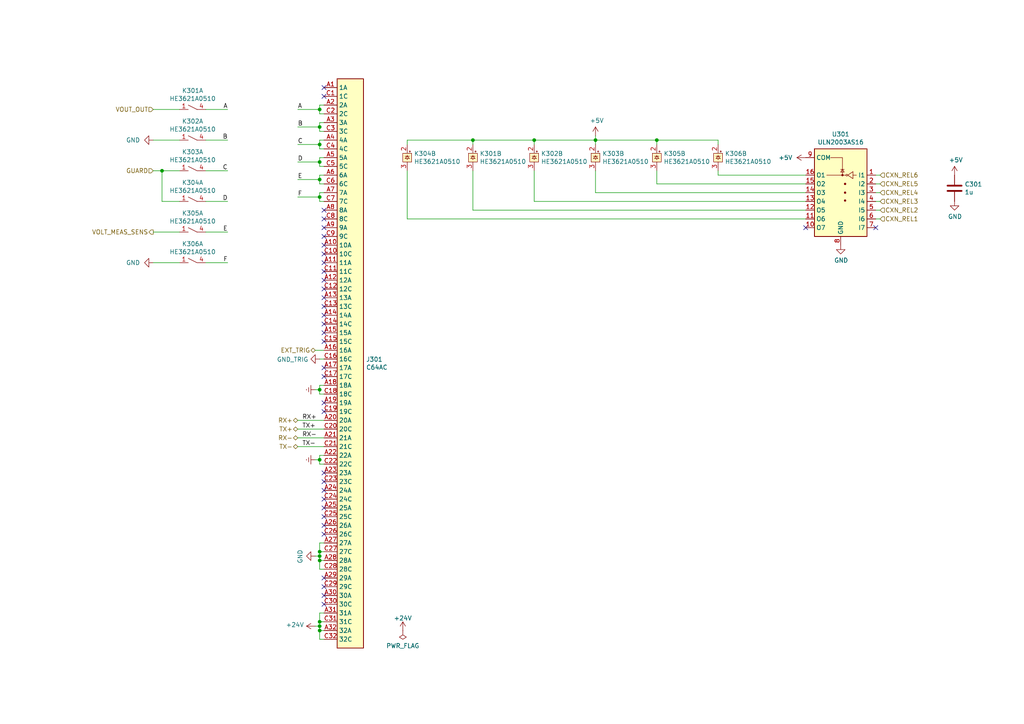
<source format=kicad_sch>
(kicad_sch (version 20211123) (generator eeschema)
  (paper "A4")
  (lib_symbols
    (symbol "Connector:C64AC"
      (property "Reference" "J" (at 0 85.09 0))
      (property "Value" "Connector_C64AC" (at 6.35 1.27 90))
      (symbol "C64AC_0_1"
        (rectangle (start -3.81 -81.28) (end 3.81 83.82) (stroke (width 0.254)) (fill (type background)))
      )
      (symbol "C64AC_1_1"
        (pin passive line (at -7.62 81.28 0) (length 3.81) (name "1A") (number "A1"))
        (pin passive line (at -7.62 35.56 0) (length 3.81) (name "10A") (number "A10"))
        (pin passive line (at -7.62 30.48 0) (length 3.81) (name "11A") (number "A11"))
        (pin passive line (at -7.62 25.4 0) (length 3.81) (name "12A") (number "A12"))
        (pin passive line (at -7.62 20.32 0) (length 3.81) (name "13A") (number "A13"))
        (pin passive line (at -7.62 15.24 0) (length 3.81) (name "14A") (number "A14"))
        (pin passive line (at -7.62 10.16 0) (length 3.81) (name "15A") (number "A15"))
        (pin passive line (at -7.62 5.08 0) (length 3.81) (name "16A") (number "A16"))
        (pin passive line (at -7.62 0 0) (length 3.81) (name "17A") (number "A17"))
        (pin passive line (at -7.62 -5.08 0) (length 3.81) (name "18A") (number "A18"))
        (pin passive line (at -7.62 -10.16 0) (length 3.81) (name "19A") (number "A19"))
        (pin passive line (at -7.62 76.2 0) (length 3.81) (name "2A") (number "A2"))
        (pin passive line (at -7.62 -15.24 0) (length 3.81) (name "20A") (number "A20"))
        (pin passive line (at -7.62 -20.32 0) (length 3.81) (name "21A") (number "A21"))
        (pin passive line (at -7.62 -25.4 0) (length 3.81) (name "22A") (number "A22"))
        (pin passive line (at -7.62 -30.48 0) (length 3.81) (name "23A") (number "A23"))
        (pin passive line (at -7.62 -35.56 0) (length 3.81) (name "24A") (number "A24"))
        (pin passive line (at -7.62 -40.64 0) (length 3.81) (name "25A") (number "A25"))
        (pin passive line (at -7.62 -45.72 0) (length 3.81) (name "26A") (number "A26"))
        (pin passive line (at -7.62 -50.8 0) (length 3.81) (name "27A") (number "A27"))
        (pin passive line (at -7.62 -55.88 0) (length 3.81) (name "28A") (number "A28"))
        (pin passive line (at -7.62 -60.96 0) (length 3.81) (name "29A") (number "A29"))
        (pin passive line (at -7.62 71.12 0) (length 3.81) (name "3A") (number "A3"))
        (pin passive line (at -7.62 -66.04 0) (length 3.81) (name "30A") (number "A30"))
        (pin passive line (at -7.62 -71.12 0) (length 3.81) (name "31A") (number "A31"))
        (pin passive line (at -7.62 -76.2 0) (length 3.81) (name "32A") (number "A32"))
        (pin passive line (at -7.62 66.04 0) (length 3.81) (name "4A") (number "A4"))
        (pin passive line (at -7.62 60.96 0) (length 3.81) (name "5A") (number "A5"))
        (pin passive line (at -7.62 55.88 0) (length 3.81) (name "6A") (number "A6"))
        (pin passive line (at -7.62 50.8 0) (length 3.81) (name "7A") (number "A7"))
        (pin passive line (at -7.62 45.72 0) (length 3.81) (name "8A") (number "A8"))
        (pin passive line (at -7.62 40.64 0) (length 3.81) (name "9A") (number "A9"))
        (pin passive line (at -7.62 78.74 0) (length 3.81) (name "1C") (number "C1"))
        (pin passive line (at -7.62 33.02 0) (length 3.81) (name "10C") (number "C10"))
        (pin passive line (at -7.62 27.94 0) (length 3.81) (name "11C") (number "C11"))
        (pin passive line (at -7.62 22.86 0) (length 3.81) (name "12C") (number "C12"))
        (pin passive line (at -7.62 17.78 0) (length 3.81) (name "13C") (number "C13"))
        (pin passive line (at -7.62 12.7 0) (length 3.81) (name "14C") (number "C14"))
        (pin passive line (at -7.62 7.62 0) (length 3.81) (name "15C") (number "C15"))
        (pin passive line (at -7.62 2.54 0) (length 3.81) (name "16C") (number "C16"))
        (pin passive line (at -7.62 -2.54 0) (length 3.81) (name "17C") (number "C17"))
        (pin passive line (at -7.62 -7.62 0) (length 3.81) (name "18C") (number "C18"))
        (pin passive line (at -7.62 -12.7 0) (length 3.81) (name "19C") (number "C19"))
        (pin passive line (at -7.62 73.66 0) (length 3.81) (name "2C") (number "C2"))
        (pin passive line (at -7.62 -17.78 0) (length 3.81) (name "20C") (number "C20"))
        (pin passive line (at -7.62 -22.86 0) (length 3.81) (name "21C") (number "C21"))
        (pin passive line (at -7.62 -27.94 0) (length 3.81) (name "22C") (number "C22"))
        (pin passive line (at -7.62 -33.02 0) (length 3.81) (name "23C") (number "C23"))
        (pin passive line (at -7.62 -38.1 0) (length 3.81) (name "24C") (number "C24"))
        (pin passive line (at -7.62 -43.18 0) (length 3.81) (name "25C") (number "C25"))
        (pin passive line (at -7.62 -48.26 0) (length 3.81) (name "26C") (number "C26"))
        (pin passive line (at -7.62 -53.34 0) (length 3.81) (name "27C") (number "C27"))
        (pin passive line (at -7.62 -58.42 0) (length 3.81) (name "28C") (number "C28"))
        (pin passive line (at -7.62 -63.5 0) (length 3.81) (name "29C") (number "C29"))
        (pin passive line (at -7.62 68.58 0) (length 3.81) (name "3C") (number "C3"))
        (pin passive line (at -7.62 -68.58 0) (length 3.81) (name "30C") (number "C30"))
        (pin passive line (at -7.62 -73.66 0) (length 3.81) (name "31C") (number "C31"))
        (pin passive line (at -7.62 -78.74 0) (length 3.81) (name "32C") (number "C32"))
        (pin passive line (at -7.62 63.5 0) (length 3.81) (name "4C") (number "C4"))
        (pin passive line (at -7.62 58.42 0) (length 3.81) (name "5C") (number "C5"))
        (pin passive line (at -7.62 53.34 0) (length 3.81) (name "6C") (number "C6"))
        (pin passive line (at -7.62 48.26 0) (length 3.81) (name "7C") (number "C7"))
        (pin passive line (at -7.62 43.18 0) (length 3.81) (name "8C") (number "C8"))
        (pin passive line (at -7.62 38.1 0) (length 3.81) (name "9C") (number "C9"))
      )
    )
    (symbol "Device:C" (pin_numbers hide) (pin_names (offset 0.254))
      (property "Reference" "C" (at 0.635 2.54 0))
      (property "Value" "C" (at 0.635 -2.54 0))
      (symbol "C_0_1"
        (polyline (pts (xy -2.032 -0.762) (xy 2.032 -0.762)) (stroke (width 0.508)))
        (polyline (pts (xy -2.032 0.762) (xy 2.032 0.762)) (stroke (width 0.508)))
      )
      (symbol "C_1_1"
        (pin passive line (at 0 3.81 270) (length 2.794) (name "~") (number "1"))
        (pin passive line (at 0 -3.81 90) (length 2.794) (name "~") (number "2"))
      )
    )
    (symbol "ETH1CSMU2:GND_TRIG" (power) (pin_names (offset 0))
      (property "Value" "GND_TRIG" (at 0 -3.81 0))
      (symbol "GND_TRIG_0_1"
        (polyline (pts (xy 0 0) (xy 0 -1.27) (xy 1.27 -1.27) (xy 0 -2.54) (xy -1.27 -1.27) (xy 0 -1.27)))
      )
      (symbol "GND_TRIG_1_1"
        (pin power_in line (at 0 0 270) (length 0) hide (name "GND_TRIG") (number "1"))
      )
    )
    (symbol "ETH1CSMU2:HE3621A0510" (pin_names (offset 1.016))
      (property "Reference" "K" (at 6.35 1.27 0))
      (property "Value" "HE3621A0510" (at 6.35 -1.27 0))
      (symbol "HE3621A0510_1_1"
        (polyline (pts (xy 0 -1.27) (xy 1.27 1.27)))
        (pin passive line (at 0 3.81 270) (length 2.54) (name "~") (number "1"))
        (pin passive line (at 0 -3.81 90) (length 2.54) (name "~") (number "4"))
      )
      (symbol "HE3621A0510_2_1"
        (polyline (pts (xy 0 -0.254) (xy 0 -0.635)))
        (polyline (pts (xy 0 0.381) (xy 0 0.762)))
        (polyline (pts (xy 0.508 1.778) (xy 1.016 1.778)))
        (polyline (pts (xy 0.635 0.381) (xy -0.635 0.381)))
        (polyline (pts (xy 0.762 2.032) (xy 0.762 1.524)))
        (polyline (pts (xy 0.635 -0.254) (xy -0.635 -0.254) (xy 0 0.381) (xy 0.635 -0.254)))
        (rectangle (start 1.27 1.27) (end -1.27 -1.27) (fill (type background)))
        (pin passive line (at 0 3.81 270) (length 2.54) (name "~") (number "2"))
        (pin passive line (at 0 -3.81 90) (length 2.54) (name "~") (number "3"))
      )
    )
    (symbol "Transistor_Array:ULN2003A"
      (property "Reference" "U" (at 0 15.875 0))
      (property "Value" "ULN2003A" (at 0 13.97 0))
      (symbol "ULN2003A_0_1"
        (rectangle (start -7.62 -12.7) (end 7.62 12.7) (stroke (width 0.254)) (fill (type background)))
        (circle (center -1.778 5.08) (radius 0.254))
        (circle (center -1.27 -2.286) (radius 0.254) (fill (type outline)))
        (circle (center -1.27 0) (radius 0.254) (fill (type outline)))
        (circle (center -1.27 2.54) (radius 0.254) (fill (type outline)))
        (circle (center -0.508 5.08) (radius 0.254) (fill (type outline)))
        (polyline (pts (xy -4.572 5.08) (xy -3.556 5.08)))
        (polyline (pts (xy -1.524 5.08) (xy 4.064 5.08)))
        (polyline (pts (xy 0 6.731) (xy -1.016 6.731)))
        (polyline (pts (xy -0.508 5.08) (xy -0.508 10.16) (xy 2.921 10.16)))
        (polyline (pts (xy -3.556 6.096) (xy -3.556 4.064) (xy -2.032 5.08) (xy -3.556 6.096)))
        (polyline (pts (xy 0 5.969) (xy -1.016 5.969) (xy -0.508 6.731) (xy 0 5.969)))
      )
      (symbol "ULN2003A_1_1"
        (pin input line (at -10.16 5.08 0) (length 2.54) (name "I1") (number "1"))
        (pin open_collector line (at 10.16 -10.16 180) (length 2.54) (name "O7") (number "10"))
        (pin open_collector line (at 10.16 -7.62 180) (length 2.54) (name "O6") (number "11"))
        (pin open_collector line (at 10.16 -5.08 180) (length 2.54) (name "O5") (number "12"))
        (pin open_collector line (at 10.16 -2.54 180) (length 2.54) (name "O4") (number "13"))
        (pin open_collector line (at 10.16 0 180) (length 2.54) (name "O3") (number "14"))
        (pin open_collector line (at 10.16 2.54 180) (length 2.54) (name "O2") (number "15"))
        (pin open_collector line (at 10.16 5.08 180) (length 2.54) (name "O1") (number "16"))
        (pin input line (at -10.16 2.54 0) (length 2.54) (name "I2") (number "2"))
        (pin input line (at -10.16 0 0) (length 2.54) (name "I3") (number "3"))
        (pin input line (at -10.16 -2.54 0) (length 2.54) (name "I4") (number "4"))
        (pin input line (at -10.16 -5.08 0) (length 2.54) (name "I5") (number "5"))
        (pin input line (at -10.16 -7.62 0) (length 2.54) (name "I6") (number "6"))
        (pin input line (at -10.16 -10.16 0) (length 2.54) (name "I7") (number "7"))
        (pin power_in line (at 0 -15.24 90) (length 2.54) (name "GND") (number "8"))
        (pin passive line (at 10.16 10.16 180) (length 2.54) (name "COM") (number "9"))
      )
    )
    (symbol "power:+24V" (power) (pin_names (offset 0))
      (property "Value" "+24V" (at 0 3.556 0))
      (symbol "+24V_0_1"
        (polyline (pts (xy -0.762 1.27) (xy 0 2.54)))
        (polyline (pts (xy 0 0) (xy 0 2.54)))
        (polyline (pts (xy 0 2.54) (xy 0.762 1.27)))
      )
      (symbol "+24V_1_1"
        (pin power_in line (at 0 0 90) (length 0) hide (name "+24V") (number "1"))
      )
    )
    (symbol "power:+5V" (power) (pin_names (offset 0))
      (property "Value" "+5V" (at 0 3.556 0))
      (symbol "+5V_0_1"
        (polyline (pts (xy -0.762 1.27) (xy 0 2.54)))
        (polyline (pts (xy 0 0) (xy 0 2.54)))
        (polyline (pts (xy 0 2.54) (xy 0.762 1.27)))
      )
      (symbol "+5V_1_1"
        (pin power_in line (at 0 0 90) (length 0) hide (name "+5V") (number "1"))
      )
    )
    (symbol "power:Earth" (power) (pin_names (offset 0))
      (symbol "Earth_0_1"
        (polyline (pts (xy -0.635 -1.905) (xy 0.635 -1.905)))
        (polyline (pts (xy -0.127 -2.54) (xy 0.127 -2.54)))
        (polyline (pts (xy 0 -1.27) (xy 0 0)))
        (polyline (pts (xy 1.27 -1.27) (xy -1.27 -1.27)))
      )
      (symbol "Earth_1_1"
        (pin power_in line (at 0 0 270) (length 0) hide (name "Earth") (number "1"))
      )
    )
    (symbol "power:GND" (power) (pin_names (offset 0))
      (property "Value" "GND" (at 0 -3.81 0))
      (symbol "GND_0_1"
        (polyline (pts (xy 0 0) (xy 0 -1.27) (xy 1.27 -1.27) (xy 0 -2.54) (xy -1.27 -1.27) (xy 0 -1.27)))
      )
      (symbol "GND_1_1"
        (pin power_in line (at 0 0 270) (length 0) hide (name "GND") (number "1"))
      )
    )
    (symbol "power:PWR_FLAG" (power) (pin_numbers hide) (pin_names (offset 0) hide)
      (property "Value" "PWR_FLAG" (at 0 3.81 0))
      (symbol "PWR_FLAG_0_0"
        (pin power_out line (at 0 0 90) (length 0) (name "pwr") (number "1"))
      )
      (symbol "PWR_FLAG_0_1"
        (polyline (pts (xy 0 0) (xy 0 1.27) (xy -1.016 1.905) (xy 0 2.54) (xy 1.016 1.905) (xy 0 1.27)))
      )
    )
  )
  (junction (at 92.71 52.07))
  (junction (at 92.71 41.91))
  (junction (at 92.71 36.83))
  (junction (at 92.71 57.15))
  (junction (at 92.71 161.29))
  (junction (at 92.71 31.75))
  (junction (at 92.71 160.02))
  (junction (at 137.16 40.64))
  (junction (at 92.71 162.56))
  (junction (at 92.71 180.34))
  (junction (at 92.71 46.99))
  (junction (at 190.5 40.64))
  (junction (at 92.71 133.35))
  (junction (at 92.71 113.03))
  (junction (at 92.71 182.88))
  (junction (at 92.71 181.61))
  (junction (at 46.99 49.53))
  (junction (at 154.94 40.64))
  (junction (at 172.72 40.64))
  (no_connect (at 93.98 73.66))
  (no_connect (at 93.98 139.7))
  (no_connect (at 93.98 96.52))
  (no_connect (at 93.98 25.4))
  (no_connect (at 93.98 149.86))
  (no_connect (at 93.98 142.24))
  (no_connect (at 93.98 144.78))
  (no_connect (at 254 66.04))
  (no_connect (at 93.98 154.94))
  (no_connect (at 93.98 88.9))
  (no_connect (at 93.98 109.22))
  (no_connect (at 93.98 83.82))
  (no_connect (at 93.98 76.2))
  (no_connect (at 93.98 27.94))
  (no_connect (at 93.98 60.96))
  (no_connect (at 93.98 152.4))
  (no_connect (at 233.68 66.04))
  (no_connect (at 93.98 81.28))
  (no_connect (at 93.98 167.64))
  (no_connect (at 93.98 93.98))
  (no_connect (at 93.98 175.26))
  (no_connect (at 93.98 147.32))
  (no_connect (at 93.98 116.84))
  (no_connect (at 93.98 172.72))
  (no_connect (at 93.98 63.5))
  (no_connect (at 93.98 170.18))
  (no_connect (at 93.98 119.38))
  (no_connect (at 93.98 137.16))
  (no_connect (at 93.98 78.74))
  (no_connect (at 93.98 99.06))
  (no_connect (at 93.98 86.36))
  (no_connect (at 93.98 68.58))
  (no_connect (at 93.98 91.44))
  (no_connect (at 93.98 71.12))
  (no_connect (at 93.98 66.04))
  (no_connect (at 93.98 106.68))
  (wire (pts (xy 93.98 182.88) (xy 92.71 182.88)))
  (wire (pts (xy 92.71 58.42) (xy 93.98 58.42)))
  (wire (pts (xy 93.98 129.54) (xy 86.36 129.54)))
  (wire (pts (xy 92.71 31.75) (xy 92.71 33.02)))
  (wire (pts (xy 52.07 40.64) (xy 44.45 40.64)))
  (wire (pts (xy 93.98 124.46) (xy 86.36 124.46)))
  (wire (pts (xy 233.68 53.34) (xy 190.5 53.34)))
  (wire (pts (xy 93.98 50.8) (xy 92.71 50.8)))
  (wire (pts (xy 190.5 41.91) (xy 190.5 40.64)))
  (wire (pts (xy 93.98 111.76) (xy 92.71 111.76)))
  (wire (pts (xy 233.68 60.96) (xy 137.16 60.96)))
  (wire (pts (xy 92.71 35.56) (xy 92.71 36.83)))
  (wire (pts (xy 92.71 157.48) (xy 93.98 157.48)))
  (wire (pts (xy 92.71 45.72) (xy 92.71 46.99)))
  (wire (pts (xy 93.98 160.02) (xy 92.71 160.02)))
  (wire (pts (xy 255.27 58.42) (xy 254 58.42)))
  (wire (pts (xy 59.69 31.75) (xy 66.04 31.75)))
  (wire (pts (xy 92.71 36.83) (xy 86.36 36.83)))
  (wire (pts (xy 255.27 63.5) (xy 254 63.5)))
  (wire (pts (xy 52.07 31.75) (xy 44.45 31.75)))
  (wire (pts (xy 92.71 111.76) (xy 92.71 113.03)))
  (wire (pts (xy 93.98 127) (xy 86.36 127)))
  (wire (pts (xy 52.07 49.53) (xy 46.99 49.53)))
  (wire (pts (xy 93.98 162.56) (xy 92.71 162.56)))
  (wire (pts (xy 92.71 46.99) (xy 86.36 46.99)))
  (wire (pts (xy 92.71 180.34) (xy 92.71 177.8)))
  (wire (pts (xy 137.16 40.64) (xy 154.94 40.64)))
  (wire (pts (xy 137.16 41.91) (xy 137.16 40.64)))
  (wire (pts (xy 92.71 55.88) (xy 92.71 57.15)))
  (wire (pts (xy 59.69 67.31) (xy 66.04 67.31)))
  (wire (pts (xy 93.98 30.48) (xy 92.71 30.48)))
  (wire (pts (xy 93.98 45.72) (xy 92.71 45.72)))
  (wire (pts (xy 233.68 50.8) (xy 208.28 50.8)))
  (wire (pts (xy 92.71 53.34) (xy 93.98 53.34)))
  (wire (pts (xy 92.71 177.8) (xy 93.98 177.8)))
  (wire (pts (xy 137.16 40.64) (xy 118.11 40.64)))
  (wire (pts (xy 93.98 132.08) (xy 92.71 132.08)))
  (wire (pts (xy 92.71 50.8) (xy 92.71 52.07)))
  (wire (pts (xy 118.11 49.53) (xy 118.11 63.5)))
  (wire (pts (xy 208.28 40.64) (xy 208.28 41.91)))
  (wire (pts (xy 190.5 53.34) (xy 190.5 49.53)))
  (wire (pts (xy 59.69 58.42) (xy 66.04 58.42)))
  (wire (pts (xy 92.71 41.91) (xy 92.71 43.18)))
  (wire (pts (xy 92.71 33.02) (xy 93.98 33.02)))
  (wire (pts (xy 92.71 185.42) (xy 92.71 182.88)))
  (wire (pts (xy 92.71 165.1) (xy 92.71 162.56)))
  (wire (pts (xy 92.71 160.02) (xy 92.71 157.48)))
  (wire (pts (xy 255.27 60.96) (xy 254 60.96)))
  (wire (pts (xy 92.71 57.15) (xy 92.71 58.42)))
  (wire (pts (xy 92.71 36.83) (xy 92.71 38.1)))
  (wire (pts (xy 91.44 101.6) (xy 93.98 101.6)))
  (wire (pts (xy 92.71 162.56) (xy 92.71 161.29)))
  (wire (pts (xy 93.98 35.56) (xy 92.71 35.56)))
  (wire (pts (xy 92.71 104.14) (xy 93.98 104.14)))
  (wire (pts (xy 93.98 40.64) (xy 92.71 40.64)))
  (wire (pts (xy 52.07 67.31) (xy 44.45 67.31)))
  (wire (pts (xy 92.71 40.64) (xy 92.71 41.91)))
  (wire (pts (xy 59.69 49.53) (xy 66.04 49.53)))
  (wire (pts (xy 92.71 161.29) (xy 92.71 160.02)))
  (wire (pts (xy 92.71 38.1) (xy 93.98 38.1)))
  (wire (pts (xy 92.71 52.07) (xy 86.36 52.07)))
  (wire (pts (xy 92.71 182.88) (xy 92.71 181.61)))
  (wire (pts (xy 91.44 133.35) (xy 92.71 133.35)))
  (wire (pts (xy 233.68 58.42) (xy 154.94 58.42)))
  (wire (pts (xy 52.07 76.2) (xy 44.45 76.2)))
  (wire (pts (xy 172.72 39.37) (xy 172.72 40.64)))
  (wire (pts (xy 137.16 60.96) (xy 137.16 49.53)))
  (wire (pts (xy 93.98 121.92) (xy 86.36 121.92)))
  (wire (pts (xy 93.98 55.88) (xy 92.71 55.88)))
  (wire (pts (xy 92.71 31.75) (xy 86.36 31.75)))
  (wire (pts (xy 91.44 181.61) (xy 92.71 181.61)))
  (wire (pts (xy 92.71 181.61) (xy 92.71 180.34)))
  (wire (pts (xy 91.44 161.29) (xy 92.71 161.29)))
  (wire (pts (xy 255.27 55.88) (xy 254 55.88)))
  (wire (pts (xy 93.98 185.42) (xy 92.71 185.42)))
  (wire (pts (xy 92.71 46.99) (xy 92.71 48.26)))
  (wire (pts (xy 92.71 114.3) (xy 93.98 114.3)))
  (wire (pts (xy 52.07 58.42) (xy 46.99 58.42)))
  (wire (pts (xy 255.27 50.8) (xy 254 50.8)))
  (wire (pts (xy 92.71 132.08) (xy 92.71 133.35)))
  (wire (pts (xy 172.72 40.64) (xy 190.5 40.64)))
  (wire (pts (xy 92.71 134.62) (xy 93.98 134.62)))
  (wire (pts (xy 46.99 49.53) (xy 44.45 49.53)))
  (wire (pts (xy 93.98 180.34) (xy 92.71 180.34)))
  (wire (pts (xy 92.71 30.48) (xy 92.71 31.75)))
  (wire (pts (xy 233.68 55.88) (xy 172.72 55.88)))
  (wire (pts (xy 59.69 40.64) (xy 66.04 40.64)))
  (wire (pts (xy 154.94 40.64) (xy 154.94 41.91)))
  (wire (pts (xy 59.69 76.2) (xy 66.04 76.2)))
  (wire (pts (xy 154.94 58.42) (xy 154.94 49.53)))
  (wire (pts (xy 154.94 40.64) (xy 172.72 40.64)))
  (wire (pts (xy 92.71 113.03) (xy 92.71 114.3)))
  (wire (pts (xy 190.5 40.64) (xy 208.28 40.64)))
  (wire (pts (xy 255.27 53.34) (xy 254 53.34)))
  (wire (pts (xy 172.72 55.88) (xy 172.72 49.53)))
  (wire (pts (xy 92.71 133.35) (xy 92.71 134.62)))
  (wire (pts (xy 92.71 43.18) (xy 93.98 43.18)))
  (wire (pts (xy 91.44 113.03) (xy 92.71 113.03)))
  (wire (pts (xy 92.71 41.91) (xy 86.36 41.91)))
  (wire (pts (xy 92.71 52.07) (xy 92.71 53.34)))
  (wire (pts (xy 92.71 48.26) (xy 93.98 48.26)))
  (wire (pts (xy 118.11 63.5) (xy 233.68 63.5)))
  (wire (pts (xy 172.72 41.91) (xy 172.72 40.64)))
  (wire (pts (xy 92.71 57.15) (xy 86.36 57.15)))
  (wire (pts (xy 46.99 58.42) (xy 46.99 49.53)))
  (wire (pts (xy 208.28 50.8) (xy 208.28 49.53)))
  (wire (pts (xy 93.98 165.1) (xy 92.71 165.1)))
  (wire (pts (xy 118.11 40.64) (xy 118.11 41.91)))
  (label "D" (at 86.36 46.99 0))
  (label "A" (at 86.36 31.75 0))
  (label "TX+" (at 87.63 124.46 0))
  (label "B" (at 66.04 40.64 180))
  (label "F" (at 86.36 57.15 0))
  (label "TX-" (at 87.63 129.54 0))
  (label "C" (at 66.04 49.53 180))
  (label "D" (at 66.04 58.42 180))
  (label "RX+" (at 87.63 121.92 0))
  (label "A" (at 66.04 31.75 180))
  (label "E" (at 86.36 52.07 0))
  (label "B" (at 86.36 36.83 0))
  (label "RX-" (at 87.63 127 0))
  (label "C" (at 86.36 41.91 0))
  (label "E" (at 66.04 67.31 180))
  (label "F" (at 66.04 76.2 180))
  (hierarchical_label "CXN_REL5" (shape input) (at 255.27 53.34 0))
  (hierarchical_label "CXN_REL2" (shape input) (at 255.27 60.96 0))
  (hierarchical_label "RX+" (shape bidirectional) (at 86.36 121.92 180))
  (hierarchical_label "CXN_REL4" (shape input) (at 255.27 55.88 0))
  (hierarchical_label "GUARD" (shape input) (at 44.45 49.53 180))
  (hierarchical_label "VOUT_OUT" (shape input) (at 44.45 31.75 180))
  (hierarchical_label "CXN_REL3" (shape input) (at 255.27 58.42 0))
  (hierarchical_label "TX+" (shape bidirectional) (at 86.36 124.46 180))
  (hierarchical_label "CXN_REL6" (shape input) (at 255.27 50.8 0))
  (hierarchical_label "TX-" (shape bidirectional) (at 86.36 129.54 180))
  (hierarchical_label "RX-" (shape bidirectional) (at 86.36 127 180))
  (hierarchical_label "CXN_REL1" (shape input) (at 255.27 63.5 0))
  (hierarchical_label "EXT_TRIG" (shape bidirectional) (at 91.44 101.6 180))
  (hierarchical_label "VOLT_MEAS_SENS" (shape output) (at 44.45 67.31 180))
  (symbol (lib_id "ETH1CSMU2:HE3621A0510") (at 55.88 67.31 90) (unit 1)
    (property "Reference" "K305" (at 55.88 61.849 90))
    (property "Value" "HE3621A0510" (at 55.88 64.1604 90))
    (property "Footprint" "ETH1CSMU2:HE360_x-5050462-8" (effects hide))
  )
  (symbol (lib_id "power:PWR_FLAG") (at 116.84 182.88 180) (unit 1)
    (property "Reference" "#FLG0301" (effects hide))
    (property "Value" "PWR_FLAG" (at 116.84 187.3234 0))
  )
  (symbol (lib_id "ETH1CSMU2:HE3621A0510") (at 118.11 45.72 0) (unit 2)
    (property "Reference" "K304" (at 120.0912 44.5516 0) (effects (justify left)))
    (property "Value" "HE3621A0510" (at 120.0912 46.863 0) (effects (justify left)))
    (property "Footprint" "ETH1CSMU2:HE360_x-5050462-8" (effects hide))
  )
  (symbol (lib_id "power:+24V") (at 91.44 181.61 90) (unit 1)
    (property "Reference" "#PWR0306" (effects hide))
    (property "Value" "+24V" (at 88.1888 181.229 90) (effects (justify left)))
  )
  (symbol (lib_id "Transistor_Array:ULN2003A") (at 243.84 55.88 0) (mirror y) (unit 1)
    (property "Reference" "U301" (at 243.84 38.9382 0))
    (property "Value" "ULN2003AS16" (at 243.84 41.2496 0))
    (property "Footprint" "Package_SO:TSSOP-16_4.4x5mm_P0.65mm" (effects hide))
    (property "Datasheet" "http://www.ti.com/lit/ds/symlink/uln2003a.pdf" (effects hide))
  )
  (symbol (lib_id "ETH1CSMU2:HE3621A0510") (at 55.88 76.2 90) (unit 1)
    (property "Reference" "K306" (at 55.88 70.739 90))
    (property "Value" "HE3621A0510" (at 55.88 73.0504 90))
    (property "Footprint" "ETH1CSMU2:HE360_x-5050462-8" (effects hide))
  )
  (symbol (lib_id "ETH1CSMU2:HE3621A0510") (at 208.28 45.72 0) (unit 2)
    (property "Reference" "K306" (at 210.2612 44.5516 0) (effects (justify left)))
    (property "Value" "HE3621A0510" (at 210.2612 46.863 0) (effects (justify left)))
    (property "Footprint" "ETH1CSMU2:HE360_x-5050462-8" (effects hide))
  )
  (symbol (lib_id "ETH1CSMU2:HE3621A0510") (at 55.88 40.64 90) (unit 1)
    (property "Reference" "K302" (at 55.88 35.179 90))
    (property "Value" "HE3621A0510" (at 55.88 37.4904 90))
    (property "Footprint" "ETH1CSMU2:HE360_x-5050462-8" (effects hide))
  )
  (symbol (lib_id "power:GND") (at 44.45 76.2 270) (unit 1)
    (property "Reference" "#PWR0302" (effects hide))
    (property "Value" "GND" (at 40.64 76.2 90) (effects (justify right)))
  )
  (symbol (lib_id "ETH1CSMU2:HE3621A0510") (at 55.88 49.53 90) (unit 1)
    (property "Reference" "K303" (at 55.88 44.069 90))
    (property "Value" "HE3621A0510" (at 55.88 46.3804 90))
    (property "Footprint" "ETH1CSMU2:HE360_x-5050462-8" (effects hide))
  )
  (symbol (lib_id "ETH1CSMU2:HE3621A0510") (at 172.72 45.72 0) (unit 2)
    (property "Reference" "K303" (at 174.7012 44.5516 0) (effects (justify left)))
    (property "Value" "HE3621A0510" (at 174.7012 46.863 0) (effects (justify left)))
    (property "Footprint" "ETH1CSMU2:HE360_x-5050462-8" (effects hide))
  )
  (symbol (lib_id "power:+5V") (at 172.72 39.37 0) (unit 1)
    (property "Reference" "#PWR0309" (effects hide))
    (property "Value" "+5V" (at 173.101 34.9758 0))
  )
  (symbol (lib_id "ETH1CSMU2:HE3621A0510") (at 137.16 45.72 0) (unit 2)
    (property "Reference" "K301" (at 139.1412 44.5516 0) (effects (justify left)))
    (property "Value" "HE3621A0510" (at 139.1412 46.863 0) (effects (justify left)))
    (property "Footprint" "ETH1CSMU2:HE360_x-5050462-8" (effects hide))
  )
  (symbol (lib_id "power:GND") (at 243.84 71.12 0) (unit 1)
    (property "Reference" "#PWR0311" (effects hide))
    (property "Value" "GND" (at 243.967 75.5142 0))
  )
  (symbol (lib_id "power:Earth") (at 91.44 133.35 270) (unit 1)
    (property "Reference" "#PWR0304" (effects hide))
    (property "Value" "Earth" (effects hide))
  )
  (symbol (lib_id "ETH1CSMU2:HE3621A0510") (at 190.5 45.72 0) (unit 2)
    (property "Reference" "K305" (at 192.4812 44.5516 0) (effects (justify left)))
    (property "Value" "HE3621A0510" (at 192.4812 46.863 0) (effects (justify left)))
    (property "Footprint" "ETH1CSMU2:HE360_x-5050462-8" (effects hide))
  )
  (symbol (lib_id "power:Earth") (at 91.44 113.03 270) (unit 1)
    (property "Reference" "#PWR0303" (effects hide))
    (property "Value" "Earth" (effects hide))
  )
  (symbol (lib_id "Device:C") (at 276.86 54.61 0) (unit 1)
    (property "Reference" "C301" (at 279.781 53.4416 0) (effects (justify left)))
    (property "Value" "1u" (at 279.781 55.753 0) (effects (justify left)))
    (property "Footprint" "Capacitor_SMD:C_0603_1608Metric_Pad1.08x0.95mm_HandSolder" (effects hide))
  )
  (symbol (lib_id "power:GND") (at 91.44 161.29 270) (unit 1)
    (property "Reference" "#PWR0305" (effects hide))
    (property "Value" "GND" (at 87.0458 161.417 0))
  )
  (symbol (lib_id "power:GND") (at 276.86 58.42 0) (unit 1)
    (property "Reference" "#PWR0313" (effects hide))
    (property "Value" "GND" (at 276.987 62.8142 0))
  )
  (symbol (lib_id "ETH1CSMU2:GND_TRIG") (at 92.71 104.14 270) (unit 1)
    (property "Reference" "#PWR0307" (effects hide))
    (property "Value" "GND_TRIG" (at 89.4588 104.267 90) (effects (justify right)))
  )
  (symbol (lib_id "power:+5V") (at 233.68 45.72 90) (unit 1)
    (property "Reference" "#PWR0310" (effects hide))
    (property "Value" "+5V" (at 229.87 45.72 90) (effects (justify left)))
  )
  (symbol (lib_id "power:GND") (at 44.45 40.64 270) (unit 1)
    (property "Reference" "#PWR0301" (effects hide))
    (property "Value" "GND" (at 40.64 40.64 90) (effects (justify right)))
  )
  (symbol (lib_id "Connector:C64AC") (at 101.6 106.68 0) (unit 1)
    (property "Reference" "J301" (at 106.172 104.2416 0) (effects (justify left)))
    (property "Value" "C64AC" (at 106.172 106.553 0) (effects (justify left)))
    (property "Footprint" "ETH1CSMU2:Socket_DIN41612-CaseC1-AC-Male-64Pin-2rows" (effects hide))
    (property "Datasheet" " ~" (effects hide))
  )
  (symbol (lib_id "power:+5V") (at 276.86 50.8 0) (unit 1)
    (property "Reference" "#PWR0312" (effects hide))
    (property "Value" "+5V" (at 277.241 46.4058 0))
  )
  (symbol (lib_id "ETH1CSMU2:HE3621A0510") (at 154.94 45.72 0) (unit 2)
    (property "Reference" "K302" (at 156.9212 44.5516 0) (effects (justify left)))
    (property "Value" "HE3621A0510" (at 156.9212 46.863 0) (effects (justify left)))
    (property "Footprint" "ETH1CSMU2:HE360_x-5050462-8" (effects hide))
  )
  (symbol (lib_id "ETH1CSMU2:HE3621A0510") (at 55.88 31.75 90) (unit 1)
    (property "Reference" "K301" (at 55.88 26.289 90))
    (property "Value" "HE3621A0510" (at 55.88 28.6004 90))
    (property "Footprint" "ETH1CSMU2:HE360_x-5050462-8" (effects hide))
  )
  (symbol (lib_id "ETH1CSMU2:HE3621A0510") (at 55.88 58.42 90) (unit 1)
    (property "Reference" "K304" (at 55.88 52.959 90))
    (property "Value" "HE3621A0510" (at 55.88 55.2704 90))
    (property "Footprint" "ETH1CSMU2:HE360_x-5050462-8" (effects hide))
  )
  (symbol (lib_id "power:+24V") (at 116.84 182.88 0) (unit 1)
    (property "Reference" "#PWR0308" (effects hide))
    (property "Value" "+24V" (at 116.84 179.3042 0))
  )
)
</source>
